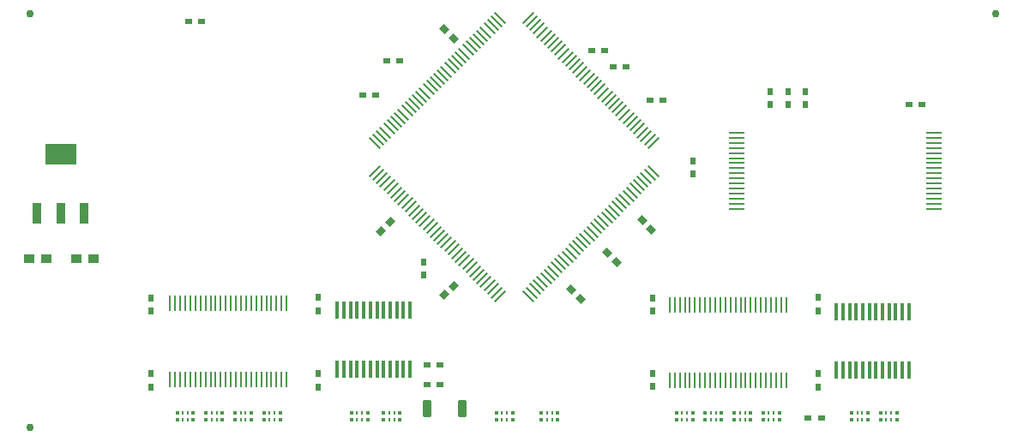
<source format=gbr>
G04 DipTrace 4.0.0.5*
G04 TopPaste.gbr*
%MOIN*%
G04 #@! TF.FileFunction,Paste,Top*
G04 #@! TF.Part,Single*
%AMOUTLINE2*
4,1,4,
0.019487,-0.002784,
0.002784,-0.019487,
-0.019487,0.002784,
-0.002784,0.019487,
0.019487,-0.002784,
0*%
%AMOUTLINE5*
4,1,4,
0.002784,0.019487,
0.019487,0.002784,
-0.002784,-0.019487,
-0.019487,-0.002784,
0.002784,0.019487,
0*%
%AMOUTLINE8*
4,1,4,
-0.019487,0.002784,
-0.002784,0.019487,
0.019487,-0.002784,
0.002784,-0.019487,
-0.019487,0.002784,
0*%
%AMOUTLINE11*
4,1,28,
-0.010107,0.032283,
0.010107,0.032283,
0.01227,0.031999,
0.014165,0.031214,
0.015792,0.029965,
0.017041,0.028338,
0.017826,0.026443,
0.01811,0.02428,
0.01811,-0.02428,
0.017826,-0.026443,
0.017041,-0.028338,
0.015792,-0.029965,
0.014165,-0.031214,
0.01227,-0.031999,
0.010107,-0.032283,
-0.010107,-0.032283,
-0.01227,-0.031999,
-0.014165,-0.031214,
-0.015792,-0.029965,
-0.017041,-0.028338,
-0.017826,-0.026443,
-0.01811,-0.02428,
-0.01811,0.02428,
-0.017826,0.026443,
-0.017041,0.028338,
-0.015792,0.029965,
-0.014165,0.031214,
-0.01227,0.031999,
-0.010107,0.032283,
0*%
%AMOUTLINE14*
4,1,28,
0.010107,-0.032283,
-0.010107,-0.032283,
-0.01227,-0.031999,
-0.014165,-0.031214,
-0.015792,-0.029965,
-0.017041,-0.028338,
-0.017826,-0.026443,
-0.01811,-0.02428,
-0.01811,0.02428,
-0.017826,0.026443,
-0.017041,0.028338,
-0.015792,0.029965,
-0.014165,0.031214,
-0.01227,0.031999,
-0.010107,0.032283,
0.010107,0.032283,
0.01227,0.031999,
0.014165,0.031214,
0.015792,0.029965,
0.017041,0.028338,
0.017826,0.026443,
0.01811,0.02428,
0.01811,-0.02428,
0.017826,-0.026443,
0.017041,-0.028338,
0.015792,-0.029965,
0.014165,-0.031214,
0.01227,-0.031999,
0.010107,-0.032283,
0*%
%AMOUTLINE17*
4,1,4,
0.018095,0.023663,
0.023663,0.018095,
-0.018095,-0.023663,
-0.023663,-0.018095,
0.018095,0.023663,
0*%
%AMOUTLINE20*
4,1,4,
0.023663,-0.018095,
0.018095,-0.023663,
-0.023663,0.018095,
-0.018095,0.023663,
0.023663,-0.018095,
0*%
%ADD24C,0.029606*%
%ADD46R,0.011811X0.066929*%
%ADD48R,0.007874X0.059055*%
%ADD50R,0.059055X0.007874*%
%ADD56R,0.124016X0.080709*%
%ADD58R,0.033465X0.080709*%
%ADD60R,0.007874X0.015748*%
%ADD62R,0.011811X0.015748*%
%ADD74R,0.031496X0.023622*%
%ADD76R,0.023622X0.031496*%
%ADD78R,0.03937X0.035433*%
%ADD85OUTLINE2*%
%ADD88OUTLINE5*%
%ADD91OUTLINE8*%
%ADD94OUTLINE11*%
%ADD97OUTLINE14*%
%ADD100OUTLINE17*%
%ADD103OUTLINE20*%
%FSLAX26Y26*%
G04*
G70*
G90*
G75*
G01*
G04 TopPaste*
%LPD*%
D78*
X727165Y1574950D3*
X660236D3*
X545916D3*
X478987D3*
D76*
X949951Y1077088D3*
Y1128269D3*
Y1422812D3*
Y1371631D3*
X1599951Y1077882D3*
Y1129063D3*
Y1425541D3*
Y1374360D3*
X2899950Y1077992D3*
Y1129173D3*
Y1372978D3*
Y1424159D3*
X3543699Y1077000D3*
Y1128181D3*
Y1374360D3*
Y1425541D3*
D74*
X1096318Y2500306D3*
X1147499D3*
X2075542Y1086276D3*
X2024361D3*
X3556791Y956201D3*
X3505610D3*
D76*
X3495262Y2175923D3*
Y2227104D3*
X3056201Y1956791D3*
Y1905610D3*
D74*
X1825541Y2212450D3*
X1774360D3*
X1919291Y2346825D3*
X1868110D3*
D85*
X2127721Y2434254D3*
X2091531Y2470444D3*
D88*
X1880547Y1718047D3*
X1844356Y1681856D3*
D76*
X2012450Y1563041D3*
Y1511860D3*
D88*
X2127421Y1471171D3*
X2091230Y1434981D3*
D74*
X2664986Y2387451D3*
X2716167D3*
X2746235Y2321825D3*
X2797416D3*
X2889986Y2193701D3*
X2941167D3*
D91*
X2585214Y1457267D3*
X2621405Y1421077D3*
X2725606Y1599296D3*
X2761796Y1563106D3*
X2859981Y1727421D3*
X2896171Y1691230D3*
D74*
X3896890Y2175865D3*
X3948071D3*
D94*
X2024606Y993701D3*
D97*
X2162795D3*
D24*
X481202Y2528076D3*
X4234325D3*
X481199Y918701D3*
D76*
X3358123Y2227104D3*
Y2175923D3*
X3427024D3*
Y2227104D3*
D74*
X2075542Y1161276D3*
X2024361D3*
D62*
X1052992Y976220D3*
D60*
X1074646D3*
X1094331D3*
D62*
X1115984D3*
X1052992Y948661D3*
D60*
X1074646D3*
X1094331D3*
D62*
X1115984D3*
X1165472Y976220D3*
D60*
X1187126D3*
X1206811D3*
D62*
X1228465D3*
X1165472Y948661D3*
D60*
X1187126D3*
X1206811D3*
D62*
X1228465D3*
X1277992Y976220D3*
D60*
X1299646D3*
X1319331D3*
D62*
X1340984D3*
X1277992Y948661D3*
D60*
X1299646D3*
X1319331D3*
D62*
X1340984D3*
X1390472Y976220D3*
D60*
X1412126D3*
X1431811D3*
D62*
X1453465D3*
X1390472Y948661D3*
D60*
X1412126D3*
X1431811D3*
D62*
X1453465D3*
X1730945Y976220D3*
D60*
X1752598D3*
X1772283D3*
D62*
X1793937D3*
X1730945Y948661D3*
D60*
X1752598D3*
X1772283D3*
D62*
X1793937D3*
X1855945Y976220D3*
D60*
X1877598D3*
X1897283D3*
D62*
X1918937D3*
X1855945Y948661D3*
D60*
X1877598D3*
X1897283D3*
D62*
X1918937D3*
X2993465Y976220D3*
D60*
X3015118D3*
X3034803D3*
D62*
X3056457D3*
X2993465Y948661D3*
D60*
X3015118D3*
X3034803D3*
D62*
X3056457D3*
X3105954Y976231D3*
D60*
X3127608D3*
X3147293D3*
D62*
X3168946D3*
X3105954Y948672D3*
D60*
X3127608D3*
X3147293D3*
D62*
X3168946D3*
X3218454Y976230D3*
D60*
X3240108D3*
X3259793D3*
D62*
X3281446D3*
X3218454Y948671D3*
D60*
X3240108D3*
X3259793D3*
D62*
X3281446D3*
X3330955Y976231D3*
D60*
X3352609D3*
X3372294D3*
D62*
X3393948D3*
X3330955Y948672D3*
D60*
X3352609D3*
X3372294D3*
D62*
X3393948D3*
X3674706Y976230D3*
D60*
X3696360D3*
X3716045D3*
D62*
X3737698D3*
X3674706Y948671D3*
D60*
X3696360D3*
X3716045D3*
D62*
X3737698D3*
X3787205Y976230D3*
D60*
X3808858D3*
X3828543D3*
D62*
X3850197D3*
X3787205Y948671D3*
D60*
X3808858D3*
X3828543D3*
D62*
X3850197D3*
X2356457Y948661D3*
D60*
X2334803D3*
X2315118D3*
D62*
X2293465D3*
X2356457Y976220D3*
D60*
X2334803D3*
X2315118D3*
D62*
X2293465D3*
X2531457Y948661D3*
D60*
X2509803D3*
X2490118D3*
D62*
X2468465D3*
X2531457Y976220D3*
D60*
X2509803D3*
X2490118D3*
D62*
X2468465D3*
D100*
X2903917Y2026111D3*
X2889998Y2040031D3*
X2876078Y2053950D3*
X2862159Y2067869D3*
X2848239Y2081789D3*
X2834320Y2095708D3*
X2820401Y2109628D3*
X2806481Y2123547D3*
X2792562Y2137467D3*
X2778642Y2151386D3*
X2764723Y2165305D3*
X2750803Y2179225D3*
X2736884Y2193144D3*
X2722965Y2207064D3*
X2709045Y2220983D3*
X2695126Y2234903D3*
X2681206Y2248822D3*
X2667287Y2262741D3*
X2653367Y2276661D3*
X2639448Y2290580D3*
X2625529Y2304500D3*
X2611609Y2318419D3*
X2597690Y2332339D3*
X2583770Y2346258D3*
X2569851Y2360177D3*
X2555931Y2374097D3*
X2542012Y2388016D3*
X2528093Y2401936D3*
X2514173Y2415855D3*
X2500254Y2429775D3*
X2486334Y2443694D3*
X2472415Y2457613D3*
X2458495Y2471533D3*
X2444576Y2485452D3*
X2430657Y2499372D3*
X2416737Y2513291D3*
D103*
X2308166D3*
X2294246Y2499372D3*
X2280327Y2485452D3*
X2266407Y2471533D3*
X2252488Y2457613D3*
X2238569Y2443694D3*
X2224649Y2429775D3*
X2210730Y2415855D3*
X2196810Y2401936D3*
X2182891Y2388016D3*
X2168971Y2374097D3*
X2155052Y2360177D3*
X2141133Y2346258D3*
X2127213Y2332339D3*
X2113294Y2318419D3*
X2099374Y2304500D3*
X2085455Y2290580D3*
X2071535Y2276661D3*
X2057616Y2262741D3*
X2043697Y2248822D3*
X2029777Y2234903D3*
X2015858Y2220983D3*
X2001938Y2207064D3*
X1988019Y2193144D3*
X1974099Y2179225D3*
X1960180Y2165305D3*
X1946261Y2151386D3*
X1932341Y2137467D3*
X1918422Y2123547D3*
X1904502Y2109628D3*
X1890583Y2095708D3*
X1876664Y2081789D3*
X1862744Y2067869D3*
X1848825Y2053950D3*
X1834905Y2040031D3*
X1820986Y2026111D3*
D100*
Y1917540D3*
X1834905Y1903620D3*
X1848825Y1889701D3*
X1862744Y1875781D3*
X1876664Y1861862D3*
X1890583Y1847943D3*
X1904502Y1834023D3*
X1918422Y1820104D3*
X1932341Y1806184D3*
X1946261Y1792265D3*
X1960180Y1778345D3*
X1974099Y1764426D3*
X1988019Y1750507D3*
X2001938Y1736587D3*
X2015858Y1722668D3*
X2029777Y1708748D3*
X2043697Y1694829D3*
X2057616Y1680909D3*
X2071535Y1666990D3*
X2085455Y1653071D3*
X2099374Y1639151D3*
X2113294Y1625232D3*
X2127213Y1611312D3*
X2141133Y1597393D3*
X2155052Y1583474D3*
X2168971Y1569554D3*
X2182891Y1555635D3*
X2196810Y1541715D3*
X2210730Y1527796D3*
X2224649Y1513876D3*
X2238569Y1499957D3*
X2252488Y1486038D3*
X2266407Y1472118D3*
X2280327Y1458199D3*
X2294246Y1444279D3*
X2308166Y1430360D3*
D103*
X2416737D3*
X2430657Y1444279D3*
X2444576Y1458199D3*
X2458495Y1472118D3*
X2472415Y1486038D3*
X2486334Y1499957D3*
X2500254Y1513876D3*
X2514173Y1527796D3*
X2528093Y1541715D3*
X2542012Y1555635D3*
X2555931Y1569554D3*
X2569851Y1583474D3*
X2583770Y1597393D3*
X2597690Y1611312D3*
X2611609Y1625232D3*
X2625529Y1639151D3*
X2639448Y1653071D3*
X2653367Y1666990D3*
X2667287Y1680909D3*
X2681206Y1694829D3*
X2695126Y1708748D3*
X2709045Y1722668D3*
X2722965Y1736587D3*
X2736884Y1750507D3*
X2750803Y1764426D3*
X2764723Y1778345D3*
X2778642Y1792265D3*
X2792562Y1806184D3*
X2806481Y1820104D3*
X2820401Y1834023D3*
X2834320Y1847943D3*
X2848239Y1861862D3*
X2862159Y1875781D3*
X2876078Y1889701D3*
X2889998Y1903620D3*
X2903917Y1917540D3*
D58*
X509400Y1754528D3*
X599951D3*
X690503D3*
D56*
X599951Y1982874D3*
D50*
X3229136Y2066211D3*
Y2046526D3*
Y2026841D3*
Y2007156D3*
Y1987471D3*
Y1967786D3*
Y1948101D3*
Y1928416D3*
Y1908731D3*
Y1889046D3*
Y1869361D3*
Y1849676D3*
Y1829991D3*
Y1810306D3*
Y1790621D3*
Y1770936D3*
X3994885D3*
Y1790621D3*
Y1810306D3*
Y1829991D3*
Y1849676D3*
Y1869361D3*
Y1889046D3*
Y1908731D3*
Y1928416D3*
Y1948101D3*
Y1967786D3*
Y1987471D3*
Y2007156D3*
Y2026841D3*
Y2046526D3*
Y2066211D3*
D48*
X1025556Y1106778D3*
X1045241D3*
X1064927D3*
X1084612D3*
X1104297D3*
X1123982D3*
X1143667D3*
X1163352D3*
X1183037D3*
X1202722D3*
X1222407D3*
X1242092D3*
X1261777D3*
X1281462D3*
X1301147D3*
X1320832D3*
X1340517D3*
X1360202D3*
X1379887D3*
X1399572D3*
X1419257D3*
X1438942D3*
X1458627D3*
X1478312D3*
Y1402054D3*
X1458627D3*
X1438942D3*
X1419257D3*
X1399572D3*
X1379887D3*
X1360202D3*
X1340517D3*
X1320832D3*
X1301147D3*
X1281462D3*
X1261777D3*
X1242092D3*
X1222407D3*
X1202722D3*
X1183037D3*
X1163352D3*
X1143667D3*
X1123982D3*
X1104297D3*
X1084612D3*
X1064927D3*
X1045241D3*
X1025556D3*
X2967323Y1102314D3*
X2987008D3*
X3006693D3*
X3026378D3*
X3046063D3*
X3065748D3*
X3085433D3*
X3105118D3*
X3124803D3*
X3144488D3*
X3164173D3*
X3183858D3*
X3203543D3*
X3223228D3*
X3242913D3*
X3262598D3*
X3282283D3*
X3301969D3*
X3321654D3*
X3341339D3*
X3361024D3*
X3380709D3*
X3400394D3*
X3420079D3*
Y1397589D3*
X3400394D3*
X3380709D3*
X3361024D3*
X3341339D3*
X3321654D3*
X3301969D3*
X3282283D3*
X3262598D3*
X3242913D3*
X3223228D3*
X3203543D3*
X3183858D3*
X3164173D3*
X3144488D3*
X3124803D3*
X3105118D3*
X3085433D3*
X3065748D3*
X3046063D3*
X3026378D3*
X3006693D3*
X2987008D3*
X2967323D3*
D46*
X1676050Y1147432D3*
X1701640D3*
X1727231D3*
X1752822D3*
X1778412D3*
X1804003D3*
X1829593D3*
X1855184D3*
X1880774D3*
X1906365D3*
X1931955D3*
X1957546D3*
Y1375786D3*
X1931955Y1375778D3*
X1906365D3*
X1880774D3*
X1855184D3*
X1829593D3*
X1804003D3*
X1778412D3*
X1752822D3*
X1727231D3*
X1701640D3*
X1676050D3*
X3615453Y1142024D3*
X3641043D3*
X3666634D3*
X3692224D3*
X3717815D3*
X3743406D3*
X3768996D3*
X3794587D3*
X3820177D3*
X3845768D3*
X3871358D3*
X3896949D3*
Y1370378D3*
X3871358Y1370370D3*
X3845768D3*
X3820177D3*
X3794587D3*
X3768996D3*
X3743406D3*
X3717815D3*
X3692224D3*
X3666634D3*
X3641043D3*
X3615453D3*
M02*

</source>
